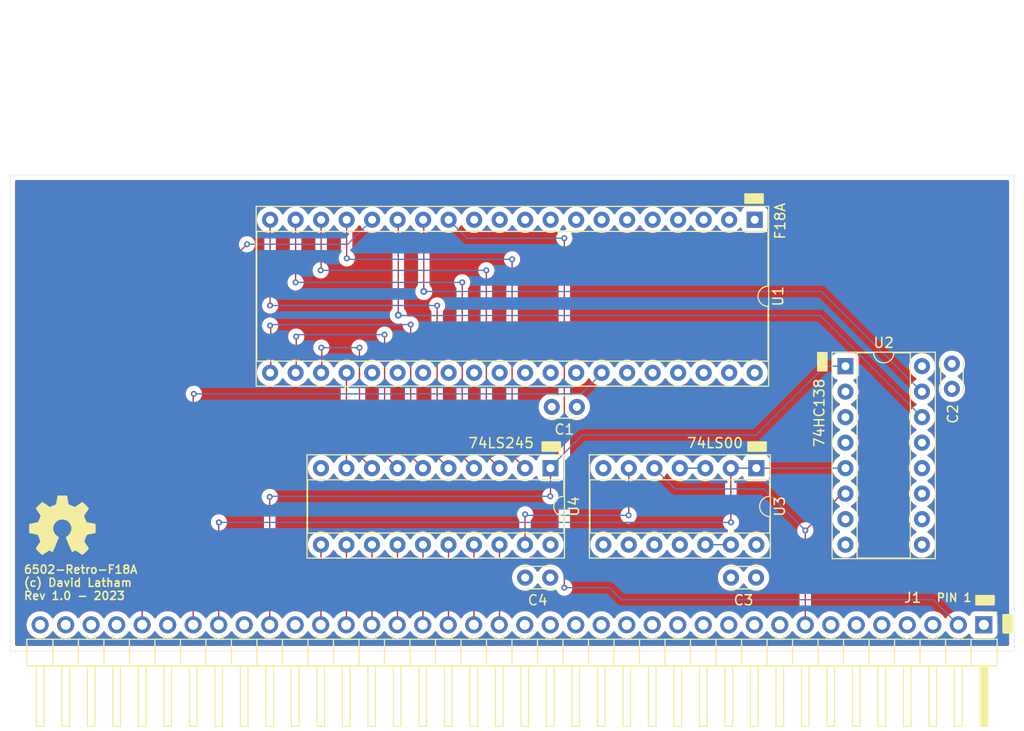
<source format=kicad_pcb>
(kicad_pcb (version 20211014) (generator pcbnew)
  (title_block (title "6502-Retro F18A Graphics Card") (date "2023-07-18") (rev "1.0") (company "David Latham") (comment 1 "F18A Graphics Card"))
  (layers (0 "F.Cu" signal "Front") (1 "In1.Cu" signal) (2 "In2.Cu" signal) (31 "B.Cu" signal "Back") (34 "B.Paste" user) (35 "F.Paste" user) (36 "B.SilkS" user "B.Silkscreen") (37 "F.SilkS" user "F.Silkscreen") (38 "B.Mask" user) (39 "F.Mask" user) (44 "Edge.Cuts" user))
  (net 0 "")
  (net 1 "+5V")
  (net 2 "GND")
  (net 3 "/A0")
  (net 4 "/A1")
  (net 5 "/A2")
  (net 6 "/A3")
  (net 7 "/A4")
  (net 8 "/A5")
  (net 9 "/A6")
  (net 10 "/A7")
  (net 11 "/A8")
  (net 12 "/A9")
  (net 13 "/A10")
  (net 14 "/A11")
  (net 15 "/A12")
  (net 16 "/A13")
  (net 17 "/A14")
  (net 18 "/A15")
  (net 19 "/D0")
  (net 20 "/D1")
  (net 21 "/D2")
  (net 22 "/D3")
  (net 23 "/D4")
  (net 24 "/D5")
  (net 25 "/D6")
  (net 26 "/D7")
  (net 27 "/PHI2")
  (net 28 "/R{slash}~{W}")
  (net 29 "/~{IO_CS2}")
  (net 30 "/~{IO_CS1}")
  (net 31 "/~{RST}")
  (net 32 "/USR1")
  (net 33 "/~{IRQX}")
  (net 34 "/~{NMI}")
  (net 35 "/RDY")
  (net 36 "/BE")
  (net 48 "/~{CSW}")
  (net 49 "/~{CSR}")
  (net 51 "/CD0")
  (net 52 "/CD1")
  (net 53 "/CD2")
  (net 54 "/CD3")
  (net 55 "/CD4")
  (net 56 "/CD5")
  (net 57 "/CD6")
  (net 58 "/CD7")
  (net 79 "Net-(U3-Pad3)")
  (net 80 "Net-(U3-Pad6)")
  (footprint "Package_DIP:DIP-20_W7.62mm_Socket" (layer "F.Cu") (at 156.125 105.9 -90)
    (fp_text reference "U4" (at 3.81 -2.33 90) (layer "F.SilkS"))
    (fp_text value "74LS245" (at -2.5 4.925) (layer "F.SilkS"))
    (pad "1" thru_hole rect (at 0 0 270) (size 1.6 1.6) (drill 0.8) (layers *.Cu *.Mask) (net 28 "/R{slash}~{W}"))
    (pad "2" thru_hole oval (at 0 2.54 270) (size 1.6 1.6) (drill 0.8) (layers *.Cu *.Mask) (net 51 "/CD0"))
    (pad "3" thru_hole oval (at 0 5.08 270) (size 1.6 1.6) (drill 0.8) (layers *.Cu *.Mask) (net 52 "/CD1"))
    (pad "4" thru_hole oval (at 0 7.62 270) (size 1.6 1.6) (drill 0.8) (layers *.Cu *.Mask) (net 53 "/CD2"))
    (pad "5" thru_hole oval (at 0 10.16 270) (size 1.6 1.6) (drill 0.8) (layers *.Cu *.Mask) (net 54 "/CD3"))
    (pad "6" thru_hole oval (at 0 12.7 270) (size 1.6 1.6) (drill 0.8) (layers *.Cu *.Mask) (net 55 "/CD4"))
    (pad "7" thru_hole oval (at 0 15.24 270) (size 1.6 1.6) (drill 0.8) (layers *.Cu *.Mask) (net 56 "/CD5"))
    (pad "8" thru_hole oval (at 0 17.78 270) (size 1.6 1.6) (drill 0.8) (layers *.Cu *.Mask) (net 57 "/CD6"))
    (pad "9" thru_hole oval (at 0 20.32 270) (size 1.6 1.6) (drill 0.8) (layers *.Cu *.Mask) (net 58 "/CD7"))
    (pad "10" thru_hole oval (at 0 22.86 270) (size 1.6 1.6) (drill 0.8) (layers *.Cu *.Mask) (net 2 "GND"))
    (pad "11" thru_hole oval (at 7.62 22.86 270) (size 1.6 1.6) (drill 0.8) (layers *.Cu *.Mask) (net 26 "/D7"))
    (pad "12" thru_hole oval (at 7.62 20.32 270) (size 1.6 1.6) (drill 0.8) (layers *.Cu *.Mask) (net 25 "/D6"))
    (pad "13" thru_hole oval (at 7.62 17.78 270) (size 1.6 1.6) (drill 0.8) (layers *.Cu *.Mask) (net 24 "/D5"))
    (pad "14" thru_hole oval (at 7.62 15.24 270) (size 1.6 1.6) (drill 0.8) (layers *.Cu *.Mask) (net 23 "/D4"))
    (pad "15" thru_hole oval (at 7.62 12.7 270) (size 1.6 1.6) (drill 0.8) (layers *.Cu *.Mask) (net 22 "/D3"))
    (pad "16" thru_hole oval (at 7.62 10.16 270) (size 1.6 1.6) (drill 0.8) (layers *.Cu *.Mask) (net 21 "/D2"))
    (pad "17" thru_hole oval (at 7.62 7.62 270) (size 1.6 1.6) (drill 0.8) (layers *.Cu *.Mask) (net 20 "/D1"))
    (pad "18" thru_hole oval (at 7.62 5.08 270) (size 1.6 1.6) (drill 0.8) (layers *.Cu *.Mask) (net 19 "/D0"))
    (pad "19" thru_hole oval (at 7.62 2.54 270) (size 1.6 1.6) (drill 0.8) (layers *.Cu *.Mask) (net 80 "Net-(U3-Pad6)"))
    (pad "20" thru_hole oval (at 7.62 0 270) (size 1.6 1.6) (drill 0.8) (layers *.Cu *.Mask) (net 1 "+5V"))
  )
  (footprint "Package_DIP:DIP-14_W7.62mm_Socket" (layer "F.Cu") (at 176.625 105.9 -90)
    (fp_text reference "U3" (at 3.81 -2.33 90) (layer "F.SilkS"))
    (fp_text value "74LS00" (at -2.5 4.125) (layer "F.SilkS"))
    (pad "1" thru_hole rect (at 0 0 270) (size 1.6 1.6) (drill 0.8) (layers *.Cu *.Mask) (net 30 "/~{IO_CS1}"))
    (pad "2" thru_hole oval (at 0 2.54 270) (size 1.6 1.6) (drill 0.8) (layers *.Cu *.Mask) (net 30 "/~{IO_CS1}"))
    (pad "3" thru_hole oval (at 0 5.08 270) (size 1.6 1.6) (drill 0.8) (layers *.Cu *.Mask) (net 79 "Net-(U3-Pad3)"))
    (pad "4" thru_hole oval (at 0 7.62 270) (size 1.6 1.6) (drill 0.8) (layers *.Cu *.Mask) (net 79 "Net-(U3-Pad3)"))
    (pad "5" thru_hole oval (at 0 10.16 270) (size 1.6 1.6) (drill 0.8) (layers *.Cu *.Mask) (net 9 "/A6"))
    (pad "6" thru_hole oval (at 0 12.7 270) (size 1.6 1.6) (drill 0.8) (layers *.Cu *.Mask) (net 80 "Net-(U3-Pad6)"))
    (pad "7" thru_hole oval (at 0 15.24 270) (size 1.6 1.6) (drill 0.8) (layers *.Cu *.Mask) (net 2 "GND"))
    (pad "8" thru_hole oval (at 7.62 15.24 270) (size 1.6 1.6) (drill 0.8) (layers *.Cu *.Mask))
    (pad "9" thru_hole oval (at 7.62 12.7 270) (size 1.6 1.6) (drill 0.8) (layers *.Cu *.Mask) (net 2 "GND"))
    (pad "10" thru_hole oval (at 7.62 10.16 270) (size 1.6 1.6) (drill 0.8) (layers *.Cu *.Mask) (net 2 "GND"))
    (pad "11" thru_hole oval (at 7.62 7.62 270) (size 1.6 1.6) (drill 0.8) (layers *.Cu *.Mask))
    (pad "12" thru_hole oval (at 7.62 5.08 270) (size 1.6 1.6) (drill 0.8) (layers *.Cu *.Mask) (net 2 "GND"))
    (pad "13" thru_hole oval (at 7.62 2.54 270) (size 1.6 1.6) (drill 0.8) (layers *.Cu *.Mask) (net 2 "GND"))
    (pad "14" thru_hole oval (at 7.62 0 270) (size 1.6 1.6) (drill 0.8) (layers *.Cu *.Mask) (net 1 "+5V"))
  )
  (footprint "Package_DIP:DIP-16_W7.62mm_Socket" (layer "F.Cu") (at 185.5 95.74)
    (fp_text reference "U2" (at 3.81 -2.33) (layer "F.SilkS"))
    (fp_text value "74HC138" (at -2.6 4.65 90) (layer "F.SilkS"))
    (pad "1" thru_hole rect (at 0 0) (size 1.6 1.6) (drill 0.8) (layers *.Cu *.Mask) (net 28 "/R{slash}~{W}"))
    (pad "2" thru_hole oval (at 0 2.54) (size 1.6 1.6) (drill 0.8) (layers *.Cu *.Mask) (net 2 "GND"))
    (pad "3" thru_hole oval (at 0 5.08) (size 1.6 1.6) (drill 0.8) (layers *.Cu *.Mask) (net 2 "GND"))
    (pad "4" thru_hole oval (at 0 7.62) (size 1.6 1.6) (drill 0.8) (layers *.Cu *.Mask) (net 2 "GND"))
    (pad "5" thru_hole oval (at 0 10.16) (size 1.6 1.6) (drill 0.8) (layers *.Cu *.Mask) (net 30 "/~{IO_CS1}"))
    (pad "6" thru_hole oval (at 0 12.7) (size 1.6 1.6) (drill 0.8) (layers *.Cu *.Mask) (net 9 "/A6"))
    (pad "7" thru_hole oval (at 0 15.24) (size 1.6 1.6) (drill 0.8) (layers *.Cu *.Mask))
    (pad "8" thru_hole oval (at 0 17.78) (size 1.6 1.6) (drill 0.8) (layers *.Cu *.Mask) (net 2 "GND"))
    (pad "9" thru_hole oval (at 7.62 17.78) (size 1.6 1.6) (drill 0.8) (layers *.Cu *.Mask))
    (pad "10" thru_hole oval (at 7.62 15.24) (size 1.6 1.6) (drill 0.8) (layers *.Cu *.Mask))
    (pad "11" thru_hole oval (at 7.62 12.7) (size 1.6 1.6) (drill 0.8) (layers *.Cu *.Mask))
    (pad "12" thru_hole oval (at 7.62 10.16) (size 1.6 1.6) (drill 0.8) (layers *.Cu *.Mask))
    (pad "13" thru_hole oval (at 7.62 7.62) (size 1.6 1.6) (drill 0.8) (layers *.Cu *.Mask))
    (pad "14" thru_hole oval (at 7.62 5.08) (size 1.6 1.6) (drill 0.8) (layers *.Cu *.Mask) (net 49 "/~{CSR}"))
    (pad "15" thru_hole oval (at 7.62 2.54) (size 1.6 1.6) (drill 0.8) (layers *.Cu *.Mask) (net 48 "/~{CSW}"))
    (pad "16" thru_hole oval (at 7.62 0) (size 1.6 1.6) (drill 0.8) (layers *.Cu *.Mask) (net 1 "+5V"))
  )
  (footprint "Capacitor_THT:C_Disc_D3.0mm_W2.0mm_P2.50mm" (layer "F.Cu") (at 176.6 116.8 180)
    (fp_text reference "C3" (at 1.25 -2.25) (layer "F.SilkS"))
    (fp_text value "0.1uF")
    (pad "1" thru_hole circle (at 0 0 180) (size 1.6 1.6) (drill 0.8) (layers *.Cu *.Mask) (net 1 "+5V"))
    (pad "2" thru_hole circle (at 2.5 0 180) (size 1.6 1.6) (drill 0.8) (layers *.Cu *.Mask) (net 2 "GND"))
  )
  (footprint "Connector_PinHeader_2.54mm:PinHeader_1x38_P2.54mm_Horizontal" (layer "F.Cu") (at 199.28 121.5 -90)
    (fp_text reference "J1" (at -2.7 7.08) (layer "F.SilkS"))
    (fp_text value "SLOT")
    (pad "1" thru_hole rect (at 0 0 270) (size 1.7 1.7) (drill 1) (layers *.Cu *.Mask) (net 2 "GND"))
    (pad "2" thru_hole oval (at 0 2.54 270) (size 1.7 1.7) (drill 1) (layers *.Cu *.Mask) (net 3 "/A0"))
    (pad "3" thru_hole oval (at 0 5.08 270) (size 1.7 1.7) (drill 1) (layers *.Cu *.Mask) (net 4 "/A1"))
    (pad "4" thru_hole oval (at 0 7.62 270) (size 1.7 1.7) (drill 1) (layers *.Cu *.Mask) (net 5 "/A2"))
    (pad "5" thru_hole oval (at 0 10.16 270) (size 1.7 1.7) (drill 1) (layers *.Cu *.Mask) (net 6 "/A3"))
    (pad "6" thru_hole oval (at 0 12.7 270) (size 1.7 1.7) (drill 1) (layers *.Cu *.Mask) (net 7 "/A4"))
    (pad "7" thru_hole oval (at 0 15.24 270) (size 1.7 1.7) (drill 1) (layers *.Cu *.Mask) (net 8 "/A5"))
    (pad "8" thru_hole oval (at 0 17.78 270) (size 1.7 1.7) (drill 1) (layers *.Cu *.Mask) (net 9 "/A6"))
    (pad "9" thru_hole oval (at 0 20.32 270) (size 1.7 1.7) (drill 1) (layers *.Cu *.Mask) (net 10 "/A7"))
    (pad "10" thru_hole oval (at 0 22.86 270) (size 1.7 1.7) (drill 1) (layers *.Cu *.Mask) (net 11 "/A8"))
    (pad "11" thru_hole oval (at 0 25.4 270) (size 1.7 1.7) (drill 1) (layers *.Cu *.Mask) (net 12 "/A9"))
    (pad "12" thru_hole oval (at 0 27.94 270) (size 1.7 1.7) (drill 1) (layers *.Cu *.Mask) (net 13 "/A10"))
    (pad "13" thru_hole oval (at 0 30.48 270) (size 1.7 1.7) (drill 1) (layers *.Cu *.Mask) (net 14 "/A11"))
    (pad "14" thru_hole oval (at 0 33.02 270) (size 1.7 1.7) (drill 1) (layers *.Cu *.Mask) (net 15 "/A12"))
    (pad "15" thru_hole oval (at 0 35.56 270) (size 1.7 1.7) (drill 1) (layers *.Cu *.Mask) (net 16 "/A13"))
    (pad "16" thru_hole oval (at 0 38.1 270) (size 1.7 1.7) (drill 1) (layers *.Cu *.Mask) (net 17 "/A14"))
    (pad "17" thru_hole oval (at 0 40.64 270) (size 1.7 1.7) (drill 1) (layers *.Cu *.Mask) (net 18 "/A15"))
    (pad "18" thru_hole oval (at 0 43.18 270) (size 1.7 1.7) (drill 1) (layers *.Cu *.Mask) (net 1 "+5V"))
    (pad "19" thru_hole oval (at 0 45.72 270) (size 1.7 1.7) (drill 1) (layers *.Cu *.Mask) (net 2 "GND"))
    (pad "20" thru_hole oval (at 0 48.26 270) (size 1.7 1.7) (drill 1) (layers *.Cu *.Mask) (net 19 "/D0"))
    (pad "21" thru_hole oval (at 0 50.8 270) (size 1.7 1.7) (drill 1) (layers *.Cu *.Mask) (net 20 "/D1"))
    (pad "22" thru_hole oval (at 0 53.34 270) (size 1.7 1.7) (drill 1) (layers *.Cu *.Mask) (net 21 "/D2"))
    (pad "23" thru_hole oval (at 0 55.88 270) (size 1.7 1.7) (drill 1) (layers *.Cu *.Mask) (net 22 "/D3"))
    (pad "24" thru_hole oval (at 0 58.42 270) (size 1.7 1.7) (drill 1) (layers *.Cu *.Mask) (net 23 "/D4"))
    (pad "25" thru_hole oval (at 0 60.96 270) (size 1.7 1.7) (drill 1) (layers *.Cu *.Mask) (net 24 "/D5"))
    (pad "26" thru_hole oval (at 0 63.5 270) (size 1.7 1.7) (drill 1) (layers *.Cu *.Mask) (net 25 "/D6"))
    (pad "27" thru_hole oval (at 0 66.04 270) (size 1.7 1.7) (drill 1) (layers *.Cu *.Mask) (net 26 "/D7"))
    (pad "28" thru_hole oval (at 0 68.58 270) (size 1.7 1.7) (drill 1) (layers *.Cu *.Mask) (net 27 "/PHI2"))
    (pad "29" thru_hole oval (at 0 71.12 270) (size 1.7 1.7) (drill 1) (layers *.Cu *.Mask) (net 28 "/R{slash}~{W}"))
    (pad "30" thru_hole oval (at 0 73.66 270) (size 1.7 1.7) (drill 1) (layers *.Cu *.Mask) (net 29 "/~{IO_CS2}"))
    (pad "31" thru_hole oval (at 0 76.2 270) (size 1.7 1.7) (drill 1) (layers *.Cu *.Mask) (net 30 "/~{IO_CS1}"))
    (pad "32" thru_hole oval (at 0 78.74 270) (size 1.7 1.7) (drill 1) (layers *.Cu *.Mask) (net 31 "/~{RST}"))
    (pad "33" thru_hole oval (at 0 81.28 270) (size 1.7 1.7) (drill 1) (layers *.Cu *.Mask) (net 32 "/USR1"))
    (pad "34" thru_hole oval (at 0 83.82 270) (size 1.7 1.7) (drill 1) (layers *.Cu *.Mask) (net 33 "/~{IRQX}"))
    (pad "35" thru_hole oval (at 0 86.36 270) (size 1.7 1.7) (drill 1) (layers *.Cu *.Mask) (net 34 "/~{NMI}"))
    (pad "36" thru_hole oval (at 0 88.9 270) (size 1.7 1.7) (drill 1) (layers *.Cu *.Mask) (net 35 "/RDY"))
    (pad "37" thru_hole oval (at 0 91.44 270) (size 1.7 1.7) (drill 1) (layers *.Cu *.Mask) (net 36 "/BE"))
    (pad "38" thru_hole oval (at 0 93.98 270) (size 1.7 1.7) (drill 1) (layers *.Cu *.Mask) (net 2 "GND"))
  )
  (footprint "Capacitor_THT:C_Disc_D3.0mm_W2.0mm_P2.50mm" (layer "F.Cu") (at 156.1 116.8 180)
    (fp_text reference "C4" (at 1.25 -2.25) (layer "F.SilkS"))
    (fp_text value "0.1uF")
    (pad "1" thru_hole circle (at 0 0 180) (size 1.6 1.6) (drill 0.8) (layers *.Cu *.Mask) (net 1 "+5V"))
    (pad "2" thru_hole circle (at 2.5 0 180) (size 1.6 1.6) (drill 0.8) (layers *.Cu *.Mask) (net 2 "GND"))
  )
  (footprint "Capacitor_THT:C_Disc_D3.0mm_W2.0mm_P2.50mm" (layer "F.Cu") (at 158.75 99.8 180)
    (fp_text reference "C1" (at 1.25 -2.25) (layer "F.SilkS"))
    (fp_text value "0.1uF")
    (pad "1" thru_hole circle (at 0 0 180) (size 1.6 1.6) (drill 0.8) (layers *.Cu *.Mask) (net 1 "+5V"))
    (pad "2" thru_hole circle (at 2.5 0 180) (size 1.6 1.6) (drill 0.8) (layers *.Cu *.Mask) (net 2 "GND"))
  )
  (footprint "Symbol:OSHW-Symbol_6.7x6mm_SilkScreen" (layer "F.Cu") (at 107.5 111.6)
    (fp_text reference "REF**" hide)
    (fp_text value "OSHW-Symbol_6.7x6mm_SilkScreen" hide)
  )
  (footprint "Package_DIP:DIP-40_W15.24mm_Socket" (layer "F.Cu") (at 176.46 81.16 -90)
    (fp_text reference "U1" (at 7.62 -2.33 90) (layer "F.SilkS"))
    (fp_text value "F18A" (at 0.14 -2.54 90) (layer "F.SilkS"))
    (pad "1" thru_hole rect locked (at 0 0 270) (size 1.6 1.6) (drill 0.8) (layers *.Cu *.Mask))
    (pad "2" thru_hole oval locked (at 0 2.54 270) (size 1.6 1.6) (drill 0.8) (layers *.Cu *.Mask))
    (pad "3" thru_hole oval locked (at 0 5.08 270) (size 1.6 1.6) (drill 0.8) (layers *.Cu *.Mask))
    (pad "4" thru_hole oval locked (at 0 7.62 270) (size 1.6 1.6) (drill 0.8) (layers *.Cu *.Mask))
    (pad "5" thru_hole oval locked (at 0 10.16 270) (size 1.6 1.6) (drill 0.8) (layers *.Cu *.Mask))
    (pad "6" thru_hole oval locked (at 0 12.7 270) (size 1.6 1.6) (drill 0.8) (layers *.Cu *.Mask))
    (pad "7" thru_hole oval locked (at 0 15.24 270) (size 1.6 1.6) (drill 0.8) (layers *.Cu *.Mask))
    (pad "8" thru_hole oval locked (at 0 17.78 270) (size 1.6 1.6) (drill 0.8) (layers *.Cu *.Mask))
    (pad "9" thru_hole oval locked (at 0 20.32 270) (size 1.6 1.6) (drill 0.8) (layers *.Cu *.Mask))
    (pad "10" thru_hole oval locked (at 0 22.86 270) (size 1.6 1.6) (drill 0.8) (layers *.Cu *.Mask))
    (pad "11" thru_hole oval locked (at 0 25.4 270) (size 1.6 1.6) (drill 0.8) (layers *.Cu *.Mask))
    (pad "12" thru_hole oval locked (at 0 27.94 270) (size 1.6 1.6) (drill 0.8) (layers *.Cu *.Mask) (net 2 "GND"))
    (pad "13" thru_hole oval locked (at 0 30.48 270) (size 1.6 1.6) (drill 0.8) (layers *.Cu *.Mask) (net 3 "/A0"))
    (pad "14" thru_hole oval locked (at 0 33.02 270) (size 1.6 1.6) (drill 0.8) (layers *.Cu *.Mask) (net 48 "/~{CSW}"))
    (pad "15" thru_hole oval locked (at 0 35.56 270) (size 1.6 1.6) (drill 0.8) (layers *.Cu *.Mask) (net 49 "/~{CSR}"))
    (pad "16" thru_hole oval locked (at 0 38.1 270) (size 1.6 1.6) (drill 0.8) (layers *.Cu *.Mask) (net 33 "/~{IRQX}"))
    (pad "17" thru_hole oval locked (at 0 40.64 270) (size 1.6 1.6) (drill 0.8) (layers *.Cu *.Mask) (net 51 "/CD0"))
    (pad "18" thru_hole oval locked (at 0 43.18 270) (size 1.6 1.6) (drill 0.8) (layers *.Cu *.Mask) (net 52 "/CD1"))
    (pad "19" thru_hole oval locked (at 0 45.72 270) (size 1.6 1.6) (drill 0.8) (layers *.Cu *.Mask) (net 53 "/CD2"))
    (pad "20" thru_hole oval locked (at 0 48.26 270) (size 1.6 1.6) (drill 0.8) (layers *.Cu *.Mask) (net 54 "/CD3"))
    (pad "21" thru_hole oval locked (at 15.24 48.26 270) (size 1.6 1.6) (drill 0.8) (layers *.Cu *.Mask) (net 55 "/CD4"))
    (pad "22" thru_hole oval locked (at 15.24 45.72 270) (size 1.6 1.6) (drill 0.8) (layers *.Cu *.Mask) (net 56 "/CD5"))
    (pad "23" thru_hole oval locked (at 15.24 43.18 270) (size 1.6 1.6) (drill 0.8) (layers *.Cu *.Mask) (net 57 "/CD6"))
    (pad "24" thru_hole oval locked (at 15.24 40.64 270) (size 1.6 1.6) (drill 0.8) (layers *.Cu *.Mask) (net 58 "/CD7"))
    (pad "25" thru_hole oval locked (at 15.24 38.1 270) (size 1.6 1.6) (drill 0.8) (layers *.Cu *.Mask))
    (pad "26" thru_hole oval locked (at 15.24 35.56 270) (size 1.6 1.6) (drill 0.8) (layers *.Cu *.Mask))
    (pad "27" thru_hole oval locked (at 15.24 33.02 270) (size 1.6 1.6) (drill 0.8) (layers *.Cu *.Mask))
    (pad "28" thru_hole oval locked (at 15.24 30.48 270) (size 1.6 1.6) (drill 0.8) (layers *.Cu *.Mask))
    (pad "29" thru_hole oval locked (at 15.24 27.94 270) (size 1.6 1.6) (drill 0.8) (layers *.Cu *.Mask))
    (pad "30" thru_hole oval locked (at 15.24 25.4 270) (size 1.6 1.6) (drill 0.8) (layers *.Cu *.Mask))
    (pad "31" thru_hole oval locked (at 15.24 22.86 270) (size 1.6 1.6) (drill 0.8) (layers *.Cu *.Mask))
    (pad "32" thru_hole oval locked (at 15.24 20.32 270) (size 1.6 1.6) (drill 0.8) (layers *.Cu *.Mask))
    (pad "33" thru_hole oval locked (at 15.24 17.78 270) (size 1.6 1.6) (drill 0.8) (layers *.Cu *.Mask) (net 1 "+5V"))
    (pad "34" thru_hole oval locked (at 15.24 15.24 270) (size 1.6 1.6) (drill 0.8) (layers *.Cu *.Mask) (net 31 "/~{RST}"))
    (pad "35" thru_hole oval locked (at 15.24 12.7 270) (size 1.6 1.6) (drill 0.8) (layers *.Cu *.Mask))
    (pad "36" thru_hole oval locked (at 15.24 10.16 270) (size 1.6 1.6) (drill 0.8) (layers *.Cu *.Mask))
    (pad "37" thru_hole oval locked (at 15.24 7.62 270) (size 1.6 1.6) (drill 0.8) (layers *.Cu *.Mask))
    (pad "38" thru_hole oval locked (at 15.24 5.08 270) (size 1.6 1.6) (drill 0.8) (layers *.Cu *.Mask))
    (pad "39" thru_hole oval locked (at 15.24 2.54 270) (size 1.6 1.6) (drill 0.8) (layers *.Cu *.Mask))
    (pad "40" thru_hole oval locked (at 15.24 0 270) (size 1.6 1.6) (drill 0.8) (layers *.Cu *.Mask))
  )
  (footprint "Capacitor_THT:C_Disc_D3.0mm_W2.0mm_P2.50mm" (layer "F.Cu") (at 196.1 95.5 -90)
    (fp_text reference "C2" (at 5 -0.1 90) (layer "F.SilkS"))
    (fp_text value "0.1uF")
    (pad "1" thru_hole circle (at 0 0 270) (size 1.6 1.6) (drill 0.8) (layers *.Cu *.Mask) (net 1 "+5V"))
    (pad "2" thru_hole circle (at 2.5 0 270) (size 1.6 1.6) (drill 0.8) (layers *.Cu *.Mask) (net 2 "GND"))
  )
  (gr_rect (start 183.65 94.4) (end 182.75 96.2) (layer "F.SilkS") (width 0.1524) (fill solid))
  (gr_rect (start 177.3 79.5) (end 175.5 78.6) (layer "F.SilkS") (width 0.1524) (fill solid))
  (gr_rect (start 200.3 119.5) (end 198.5 118.6) (layer "F.SilkS") (width 0.1524) (fill solid))
  (gr_rect (start 177.6 104.2) (end 175.8 103.3) (layer "F.SilkS") (width 0.1524) (fill solid))
  (gr_rect (start 202.1 120.5) (end 201.2 122.3) (layer "F.SilkS") (width 0.1524) (fill solid))
  (gr_rect (start 157.1 104.2) (end 155.3 103.3) (layer "F.SilkS") (width 0.1524) (fill solid))
  (gr_rect (start 202.3 76.7) (end 102.3 124.1) (layer "Edge.Cuts") (width 0.0381) (fill none))
  (gr_text "6502-Retro-F18A\n(c) David Latham\nRev 1.0 - 2023" (at 103.6 117.3) (layer "F.SilkS") (effects (font (size 0.8128 0.8128) (thickness 0.1524)) (justify left)))
  (gr_text "PIN 1" (at 194.5 118.8) (layer "F.SilkS") (effects (font (size 0.8128 0.8128) (thickness 0.1524)) (justify left)))
  (segment (start 174.085 113.52) (end 171.545 113.52) (width 0.127) (layer "B.Cu") (net 2))
  (segment (start 157.5 117.8) (end 157.5 83) (width 0.127) (layer "F.Cu") (net 3))
  (via (at 157.5 83) (size 0.6) (drill 0.3) (layers "F.Cu" "B.Cu") (net 3))
  (via (at 157.5 117.8) (size 0.6) (drill 0.3) (layers "F.Cu" "B.Cu") (net 3))
  (segment (start 147.82 83) (end 145.98 81.16) (width 0.127) (layer "B.Cu") (net 3))
  (segment (start 196.74 121.5) (end 194.24 119) (width 0.127) (layer "B.Cu") (net 3))
  (segment (start 194.24 119) (end 194.1 119) (width 0.127) (layer "B.Cu") (net 3))
  (segment (start 163.2 119) (end 162.6 118.4) (width 0.127) (layer "B.Cu") (net 3))
  (segment (start 194.1 119) (end 163.2 119) (width 0.127) (layer "B.Cu") (net 3))
  (segment (start 157.5 83) (end 147.82 83) (width 0.127) (layer "B.Cu") (net 3))
  (segment (start 162.6 118.4) (end 162 117.8) (width 0.127) (layer "B.Cu") (net 3))
  (segment (start 162 117.8) (end 157.5 117.8) (width 0.127) (layer "B.Cu") (net 3))
  (segment (start 181.5 121.5) (end 181.5 112.1) (width 0.127) (layer "F.Cu") (net 9))
  (segment (start 181.5 112.1) (end 185.5 108.1) (width 0.127) (layer "F.Cu") (net 9))
  (via (at 181.5 112.1) (size 0.6) (drill 0.3) (layers "F.Cu" "B.Cu") (net 9))
  (segment (start 181.5 112.1) (end 177.3675 107.9675) (width 0.127) (layer "B.Cu") (net 9))
  (segment (start 177.3675 107.9675) (end 168.5325 107.9675) (width 0.127) (layer "B.Cu") (net 9))
  (segment (start 168.5325 107.9675) (end 166.465 105.9) (width 0.127) (layer "B.Cu") (net 9))
  (segment (start 151.045 113.52) (end 151.045 121.475) (width 0.127) (layer "F.Cu") (net 19))
  (segment (start 148.505 113.52) (end 148.505 121.475) (width 0.127) (layer "F.Cu") (net 20))
  (segment (start 145.965 113.52) (end 145.965 121.475) (width 0.127) (layer "F.Cu") (net 21))
  (segment (start 143.425 113.52) (end 143.425 121.475) (width 0.127) (layer "F.Cu") (net 22))
  (segment (start 140.885 113.52) (end 140.885 121.475) (width 0.127) (layer "F.Cu") (net 23))
  (segment (start 138.345 113.52) (end 138.345 121.475) (width 0.127) (layer "F.Cu") (net 24))
  (segment (start 135.805 113.52) (end 135.805 121.475) (width 0.127) (layer "F.Cu") (net 25))
  (segment (start 133.265 113.52) (end 133.265 121.475) (width 0.127) (layer "F.Cu") (net 26))
  (segment (start 128.16 121.5) (end 128.16 108.76) (width 0.127) (layer "F.Cu") (net 28))
  (segment (start 156.125 105.9) (end 156.125 108.675) (width 0.127) (layer "F.Cu") (net 28))
  (segment (start 156.125 108.675) (end 156.1 108.7) (width 0.127) (layer "F.Cu") (net 28))
  (via (at 128.16 108.76) (size 0.6) (drill 0.3) (layers "F.Cu" "B.Cu") (net 28))
  (via (at 156.1 108.7) (size 0.6) (drill 0.3) (layers "F.Cu" "B.Cu") (net 28))
  (segment (start 156.125 105.775) (end 156.125 105.9) (width 0.127) (layer "B.Cu") (net 28))
  (segment (start 185.5 95.74) (end 183.46 95.74) (width 0.127) (layer "B.Cu") (net 28))
  (segment (start 183.46 95.74) (end 176.6 102.6) (width 0.127) (layer "B.Cu") (net 28))
  (segment (start 176.6 102.6) (end 159.3 102.6) (width 0.127) (layer "B.Cu") (net 28))
  (segment (start 156.1 108.7) (end 128.22 108.7) (width 0.127) (layer "B.Cu") (net 28))
  (segment (start 128.22 108.7) (end 128.16 108.76) (width 0.127) (layer "B.Cu") (net 28))
  (segment (start 159.3 102.6) (end 156.125 105.775) (width 0.127) (layer "B.Cu") (net 28))
  (segment (start 123.1 111.3) (end 123.08 111.32) (width 0.127) (layer "F.Cu") (net 30))
  (segment (start 174.085 105.9) (end 174.085 111.285) (width 0.127) (layer "F.Cu") (net 30))
  (segment (start 174.085 111.285) (end 174.1 111.3) (width 0.127) (layer "F.Cu") (net 30))
  (segment (start 123.08 111.32) (end 123.08 121.5) (width 0.127) (layer "F.Cu") (net 30))
  (via (at 123.1 111.3) (size 0.6) (drill 0.3) (layers "F.Cu" "B.Cu") (net 30))
  (via (at 174.1 111.3) (size 0.6) (drill 0.3) (layers "F.Cu" "B.Cu") (net 30))
  (segment (start 174.1 111.3) (end 123.1 111.3) (width 0.127) (layer "B.Cu") (net 30))
  (segment (start 176.625 105.9) (end 174.085 105.9) (width 0.127) (layer "B.Cu") (net 30))
  (segment (start 185.5 105.9) (end 176.625 105.9) (width 0.127) (layer "B.Cu") (net 30))
  (segment (start 120.54 98.56) (end 120.6 98.5) (width 0.127) (layer "F.Cu") (net 31))
  (segment (start 120.54 121.5) (end 120.54 98.56) (width 0.127) (layer "F.Cu") (net 31))
  (via (at 120.6 98.5) (size 0.6) (drill 0.3) (layers "F.Cu" "B.Cu") (net 31))
  (segment (start 159.185 98.5) (end 120.6 98.5) (width 0.127) (layer "B.Cu") (net 31))
  (segment (start 161.285 96.4) (end 159.185 98.5) (width 0.127) (layer "B.Cu") (net 31))
  (segment (start 115.46 121.5) (end 115.46 94.04) (width 0.127) (layer "F.Cu") (net 33))
  (segment (start 115.46 94.04) (end 125.9 83.6) (width 0.127) (layer "F.Cu") (net 33))
  (via (at 125.9 83.6) (size 0.6) (drill 0.3) (layers "F.Cu" "B.Cu") (net 33))
  (segment (start 125.9 83.6) (end 135.92 83.6) (width 0.127) (layer "B.Cu") (net 33))
  (segment (start 135.92 83.6) (end 138.36 81.16) (width 0.127) (layer "B.Cu") (net 33))
  (segment (start 143.505 81.225) (end 143.505 88.305) (width 0.127) (layer "F.Cu") (net 48))
  (via (at 143.505 88.305) (size 0.6858) (drill 0.3302) (layers "F.Cu" "B.Cu") (net 48))
  (segment (start 143.505 88.305) (end 183.105 88.305) (width 0.127) (layer "B.Cu") (net 48))
  (segment (start 183.105 88.305) (end 193.08 98.28) (width 0.127) (layer "B.Cu") (net 48))
  (segment (start 140.965 81.225) (end 140.965 90.665) (width 0.127) (layer "F.Cu") (net 49))
  (via (at 140.965 90.665) (size 0.6858) (drill 0.3302) (layers "F.Cu" "B.Cu") (net 49))
  (segment (start 183 90.7) (end 193.12 100.82) (width 0.127) (layer "B.Cu") (net 49))
  (segment (start 141 90.7) (end 183 90.7) (width 0.127) (layer "B.Cu") (net 49))
  (segment (start 140.965 90.665) (end 141 90.7) (width 0.127) (layer "B.Cu") (net 49))
  (segment (start 135.835 85) (end 135.82 84.985) (width 0.127) (layer "F.Cu") (net 51))
  (segment (start 153.585 105.9) (end 152.3 104.615) (width 0.127) (layer "F.Cu") (net 51))
  (segment (start 135.82 84.985) (end 135.82 81.2) (width 0.127) (layer "F.Cu") (net 51))
  (segment (start 152.3 104.615) (end 152.3 85.1) (width 0.127) (layer "F.Cu") (net 51))
  (via (at 152.3 85.1) (size 0.6) (drill 0.3) (layers "F.Cu" "B.Cu") (net 51))
  (via (at 135.835 85) (size 0.6) (drill 0.3) (layers "F.Cu" "B.Cu") (net 51))
  (segment (start 135.835 85) (end 135.935 85.1) (width 0.127) (layer "B.Cu") (net 51))
  (segment (start 135.935 85.1) (end 152.3 85.1) (width 0.127) (layer "B.Cu") (net 51))
  (segment (start 133.28 86.155) (end 133.28 81.2) (width 0.127) (layer "F.Cu") (net 52))
  (segment (start 151.045 105.9) (end 149.735001 104.590001) (width 0.127) (layer "F.Cu") (net 52))
  (segment (start 149.735001 104.590001) (end 149.735001 86.2) (width 0.127) (layer "F.Cu") (net 52))
  (segment (start 133.235 86.2) (end 133.28 86.155) (width 0.127) (layer "F.Cu") (net 52))
  (via (at 149.735001 86.2) (size 0.6) (drill 0.3) (layers "F.Cu" "B.Cu") (net 52))
  (via (at 133.235 86.2) (size 0.6) (drill 0.3) (layers "F.Cu" "B.Cu") (net 52))
  (segment (start 133.235 86.2) (end 149.735001 86.2) (width 0.127) (layer "B.Cu") (net 52))
  (segment (start 130.74 87.395) (end 130.74 81.2) (width 0.127) (layer "F.Cu") (net 53))
  (segment (start 130.735 87.4) (end 130.74 87.395) (width 0.127) (layer "F.Cu") (net 53))
  (segment (start 147.335 104.73) (end 147.335 87.4) (width 0.127) (layer "F.Cu") (net 53))
  (segment (start 148.505 105.9) (end 147.335 104.73) (width 0.127) (layer "F.Cu") (net 53))
  (via (at 147.335 87.4) (size 0.6) (drill 0.3) (layers "F.Cu" "B.Cu") (net 53))
  (via (at 130.735 87.4) (size 0.6) (drill 0.3) (layers "F.Cu" "B.Cu") (net 53))
  (segment (start 147.335 87.4) (end 130.735 87.4) (width 0.127) (layer "B.Cu") (net 53))
  (segment (start 128.2 81.2) (end 128.2 89.7) (width 0.127) (layer "F.Cu") (net 54))
  (segment (start 145.965 105.9) (end 144.835 104.77) (width 0.127) (layer "F.Cu") (net 54))
  (segment (start 144.835 104.77) (end 144.835 89.7) (width 0.127) (layer "F.Cu") (net 54))
  (via (at 144.835 89.7) (size 0.6) (drill 0.3) (layers "F.Cu" "B.Cu") (net 54))
  (via (at 128.2 89.7) (size 0.6) (drill 0.3) (layers "F.Cu" "B.Cu") (net 54))
  (segment (start 144.835 89.7) (end 128.2 89.7) (width 0.127) (layer "B.Cu") (net 54))
  (segment (start 143.425 105.9) (end 142.2 104.675) (width 0.127) (layer "F.Cu") (net 55))
  (segment (start 128.265 91.765) (end 128.265 96.4) (width 0.127) (layer "F.Cu") (net 55))
  (segment (start 142.2 104.675) (end 142.2 91.6) (width 0.127) (layer "F.Cu") (net 55))
  (segment (start 128.2 91.7) (end 128.265 91.765) (width 0.127) (layer "F.Cu") (net 55))
  (via (at 142.2 91.6) (size 0.6) (drill 0.3) (layers "F.Cu" "B.Cu") (net 55))
  (via (at 128.2 91.7) (size 0.6) (drill 0.3) (layers "F.Cu" "B.Cu") (net 55))
  (segment (start 128.3 91.6) (end 142.2 91.6) (width 0.127) (layer "B.Cu") (net 55))
  (segment (start 128.2 91.7) (end 128.3 91.6) (width 0.127) (layer "B.Cu") (net 55))
  (segment (start 139.6 104.615) (end 139.6 92.6) (width 0.127) (layer "F.Cu") (net 56))
  (segment (start 130.8 92.8) (end 130.805 92.805) (width 0.127) (layer "F.Cu") (net 56))
  (segment (start 140.885 105.9) (end 139.6 104.615) (width 0.127) (layer "F.Cu") (net 56))
  (segment (start 130.805 92.805) (end 130.805 96.4) (width 0.127) (layer "F.Cu") (net 56))
  (via (at 139.6 92.6) (size 0.6) (drill 0.3) (layers "F.Cu" "B.Cu") (net 56))
  (via (at 130.8 92.8) (size 0.6) (drill 0.3) (layers "F.Cu" "B.Cu") (net 56))
  (segment (start 130.8 92.8) (end 131 92.6) (width 0.127) (layer "B.Cu") (net 56))
  (segment (start 131 92.6) (end 139.6 92.6) (width 0.127) (layer "B.Cu") (net 56))
  (segment (start 133.345 93.945) (end 133.345 96.4) (width 0.127) (layer "F.Cu") (net 57))
  (segment (start 137.1 104.655) (end 137.1 93.9) (width 0.127) (layer "F.Cu") (net 57))
  (segment (start 138.345 105.9) (end 137.1 104.655) (width 0.127) (layer "F.Cu") (net 57))
  (segment (start 133.3 93.9) (end 133.345 93.945) (width 0.127) (layer "F.Cu") (net 57))
  (via (at 137.1 93.9) (size 0.6) (drill 0.3) (layers "F.Cu" "B.Cu") (net 57))
  (via (at 133.3 93.9) (size 0.6) (drill 0.3) (layers "F.Cu" "B.Cu") (net 57))
  (segment (start 137.1 93.9) (end 133.3 93.9) (width 0.127) (layer "B.Cu") (net 57))
  (segment (start 135.805 105.9) (end 135.805 96.48) (width 0.127) (layer "F.Cu") (net 58))
  (segment (start 171.545 105.9) (end 169.005 105.9) (width 0.127) (layer "B.Cu") (net 79))
  (segment (start 153.585 110.515) (end 153.585 113.52) (width 0.127) (layer "F.Cu") (net 80))
  (segment (start 153.6 110.5) (end 153.585 110.515) (width 0.127) (layer "F.Cu") (net 80))
  (segment (start 163.925 105.9) (end 163.925 110.575) (width 0.127) (layer "F.Cu") (net 80))
  (segment (start 163.925 110.575) (end 163.9 110.6) (width 0.127) (layer "F.Cu") (net 80))
  (via (at 163.9 110.6) (size 0.6) (drill 0.3) (layers "F.Cu" "B.Cu") (net 80))
  (via (at 153.6 110.5) (size 0.6) (drill 0.3) (layers "F.Cu" "B.Cu") (net 80))
  (segment (start 153.7 110.6) (end 153.6 110.5) (width 0.127) (layer "B.Cu") (net 80))
  (segment (start 163.9 110.6) (end 153.7 110.6) (width 0.127) (layer "B.Cu") (net 80))
  (zone (net 0) (net_name "") (layer "F.Cu") (connect_pads (clearance 0.508)) (min_thickness 0.254) (fill yes (thermal_gap 0.508) (thermal_bridge_width 0.508))
    (polygon (pts (xy 203 124.7) (xy 101.3 124.8) (xy 101.7 76.3) (xy 203.3 75.9)))
  )
  (zone (net 0) (net_name "") (layer "B.Cu") (connect_pads (clearance 0.508)) (min_thickness 0.254) (fill yes (thermal_gap 0.508) (thermal_bridge_width 0.508))
    (polygon (pts (xy 203.1 124.7) (xy 101.3 124.9) (xy 101.6 76.2) (xy 203.3 76)))
  )
)
</source>
